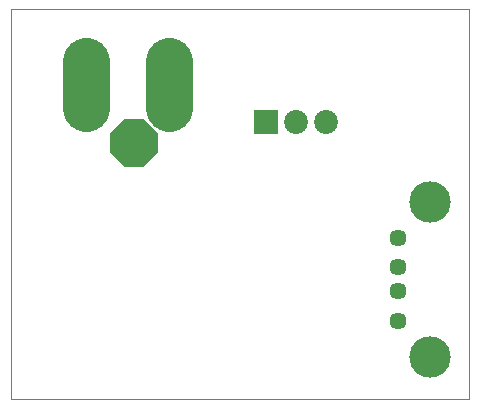
<source format=gbs>
G75*
%MOIN*%
%OFA0B0*%
%FSLAX24Y24*%
%IPPOS*%
%LPD*%
%AMOC8*
5,1,8,0,0,1.08239X$1,22.5*
%
%ADD10C,0.0000*%
%ADD11C,0.0571*%
%ADD12C,0.1378*%
%ADD13R,0.0797X0.0797*%
%ADD14C,0.0797*%
%ADD15C,0.1581*%
%ADD16OC8,0.1575*%
D10*
X000458Y000150D02*
X000458Y013150D01*
X015708Y013150D01*
X015708Y000150D01*
X000458Y000150D01*
D11*
X013340Y002772D03*
X013340Y003756D03*
X013340Y004544D03*
X013340Y005528D03*
D12*
X014403Y006737D03*
X014403Y001563D03*
D13*
X008958Y009400D03*
D14*
X009958Y009400D03*
X010958Y009400D03*
D15*
X005714Y009859D02*
X005714Y011441D01*
X002958Y011441D02*
X002958Y009859D01*
D16*
X004532Y008681D03*
M02*

</source>
